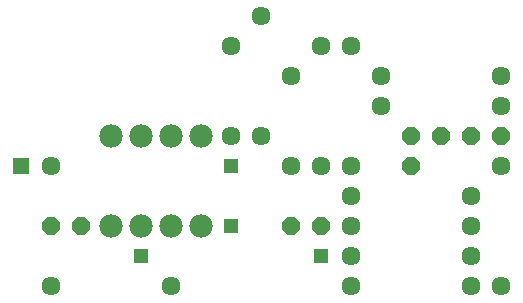
<source format=gbs>
G75*
%MOIN*%
%OFA0B0*%
%FSLAX25Y25*%
%IPPOS*%
%LPD*%
%AMOC8*
5,1,8,0,0,1.08239X$1,22.5*
%
%ADD10C,0.06343*%
%ADD11R,0.05556X0.05556*%
%ADD12C,0.07800*%
%ADD13OC8,0.06000*%
%ADD14OC8,0.05950*%
%ADD15R,0.04762X0.04762*%
D10*
X0044615Y0034627D03*
X0084615Y0034627D03*
X0144615Y0034627D03*
X0144615Y0044627D03*
X0144615Y0054627D03*
X0144615Y0064627D03*
X0144615Y0074627D03*
X0134615Y0074627D03*
X0124615Y0074627D03*
X0114615Y0084627D03*
X0104615Y0084627D03*
X0124615Y0104627D03*
X0134615Y0114627D03*
X0144615Y0114627D03*
X0154615Y0104627D03*
X0154615Y0094627D03*
X0194615Y0094627D03*
X0194615Y0104627D03*
X0194615Y0074627D03*
X0184615Y0064627D03*
X0184615Y0054627D03*
X0184615Y0044627D03*
X0184615Y0034627D03*
X0194615Y0034627D03*
X0104615Y0114627D03*
X0114615Y0124627D03*
X0044615Y0074627D03*
D11*
X0034615Y0074627D03*
D12*
X0064615Y0084627D03*
X0074615Y0084627D03*
X0084615Y0084627D03*
X0094615Y0084627D03*
X0094615Y0054627D03*
X0084615Y0054627D03*
X0074615Y0054627D03*
X0064615Y0054627D03*
D13*
X0054615Y0054627D03*
X0044615Y0054627D03*
X0124615Y0054627D03*
X0134615Y0054627D03*
X0164615Y0074627D03*
X0164615Y0084627D03*
D14*
X0174615Y0084627D03*
X0184615Y0084627D03*
X0194615Y0084627D03*
D15*
X0134615Y0044627D03*
X0104615Y0054627D03*
X0074615Y0044627D03*
X0104615Y0074627D03*
M02*

</source>
